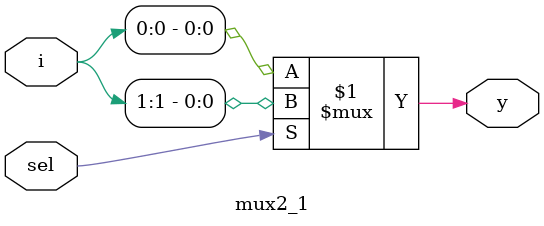
<source format=v>
`timescale 1ns/1ps

module mux2_1 (
    input [1:0] i,
    input sel,
    output y
    );

    assign y = sel ? i[1] : i[0];

endmodule
</source>
